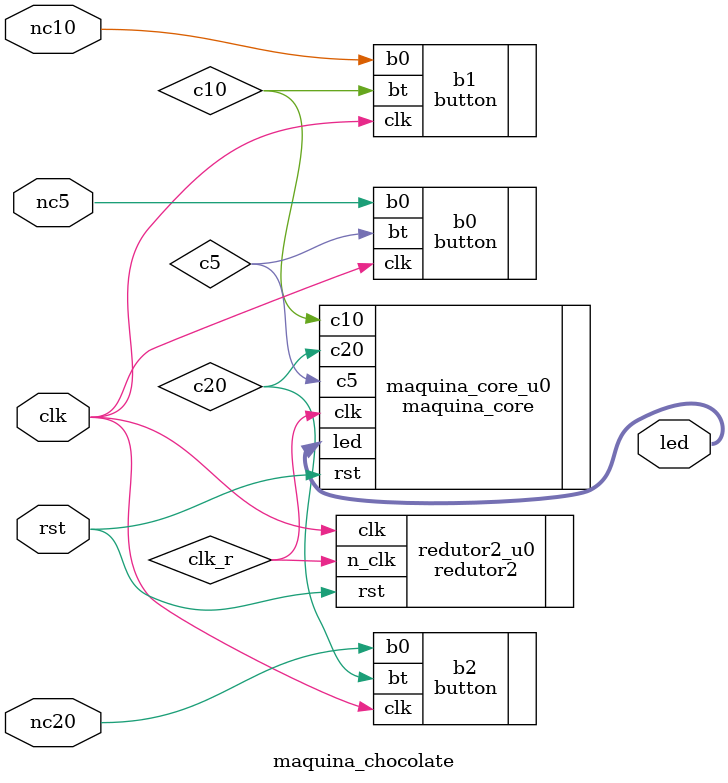
<source format=v>
module maquina_chocolate (
	input clk,
	input rst,
	input nc20, nc10, nc5,
	output [3:0] led
);


wire clk_r,c5,c10,c20;


redutor2 redutor2_u0(
	.clk(clk),
	.rst(rst),
	.n_clk(clk_r)
);
maquina_core maquina_core_u0(
	.clk(clk_r),
	.rst(rst),
	.c20(c20),
	.c10(c10),
	.c5(c5),
	.led(led)
);

button b0(
	.b0(nc5),
	.bt(c5),
	.clk(clk)
);

button b1(
	.b0(nc10),
	.bt(c10),
	.clk(clk)
);

button b2(
	.b0(nc20),
	.bt(c20),
	.clk(clk)
);


endmodule

</source>
